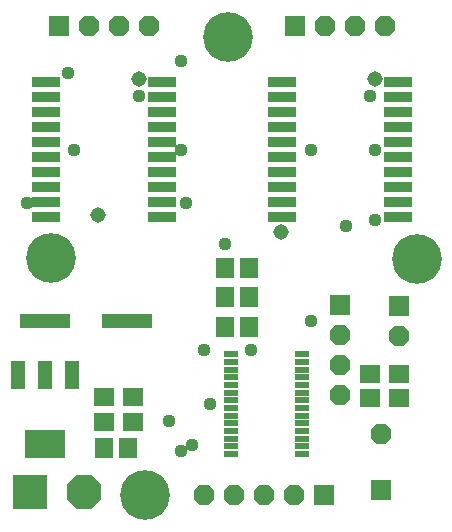
<source format=gts>
G75*
%MOIN*%
%OFA0B0*%
%FSLAX25Y25*%
%IPPOS*%
%LPD*%
%AMOC8*
5,1,8,0,0,1.08239X$1,22.5*
%
%ADD10C,0.16548*%
%ADD11R,0.06706X0.06312*%
%ADD12R,0.05906X0.05512*%
%ADD13R,0.06312X0.06706*%
%ADD14R,0.05512X0.05906*%
%ADD15R,0.16548X0.04737*%
%ADD16R,0.15748X0.03937*%
%ADD17R,0.06737X0.06737*%
%ADD18OC8,0.06737*%
%ADD19R,0.11548X0.11548*%
%ADD20OC8,0.11548*%
%ADD21R,0.04737X0.02178*%
%ADD22R,0.03937X0.01378*%
%ADD23R,0.09658X0.03753*%
%ADD24R,0.08858X0.02953*%
%ADD25R,0.13595X0.09265*%
%ADD26R,0.12795X0.08465*%
%ADD27R,0.04540X0.09265*%
%ADD28R,0.03740X0.08465*%
%ADD29C,0.04369*%
%ADD30C,0.05156*%
D10*
X0063326Y0041635D03*
X0031830Y0120376D03*
X0090885Y0193998D03*
X0153877Y0119982D03*
D11*
X0147971Y0081891D03*
X0147971Y0073821D03*
X0138129Y0073821D03*
X0138129Y0081891D03*
X0059389Y0074017D03*
X0059389Y0065946D03*
X0049546Y0065946D03*
X0049546Y0074017D03*
D12*
X0049546Y0074017D03*
X0049546Y0065946D03*
X0059389Y0065946D03*
X0059389Y0074017D03*
X0138129Y0073821D03*
X0138129Y0081891D03*
X0147971Y0081891D03*
X0147971Y0073821D03*
D13*
X0098070Y0097541D03*
X0098070Y0107384D03*
X0089999Y0107384D03*
X0089999Y0097541D03*
X0089999Y0117226D03*
X0098070Y0117226D03*
X0057518Y0056990D03*
X0049448Y0056990D03*
D14*
X0049448Y0056990D03*
X0057518Y0056990D03*
X0089999Y0097541D03*
X0089999Y0107384D03*
X0098070Y0107384D03*
X0098070Y0097541D03*
X0098070Y0117226D03*
X0089999Y0117226D03*
D15*
X0057420Y0099509D03*
X0029861Y0099509D03*
D16*
X0029861Y0099509D03*
X0057420Y0099509D03*
D17*
X0122932Y0041596D03*
X0142026Y0043210D03*
X0147971Y0104509D03*
X0128286Y0104667D03*
X0113286Y0197935D03*
X0034546Y0197935D03*
D18*
X0044546Y0197935D03*
X0054546Y0197935D03*
X0064546Y0197935D03*
X0123286Y0197935D03*
X0133286Y0197935D03*
X0143286Y0197935D03*
X0147971Y0094509D03*
X0128286Y0094667D03*
X0128286Y0084667D03*
X0128286Y0074667D03*
X0142026Y0061793D03*
X0112932Y0041596D03*
X0102932Y0041596D03*
X0092932Y0041596D03*
X0082932Y0041596D03*
D19*
X0024782Y0042423D03*
D20*
X0042814Y0042423D03*
D21*
X0091869Y0055080D03*
X0091869Y0057639D03*
X0091869Y0060198D03*
X0091869Y0062758D03*
X0091869Y0065317D03*
X0091869Y0067876D03*
X0091869Y0070435D03*
X0091869Y0072994D03*
X0091869Y0075553D03*
X0091869Y0078112D03*
X0091869Y0080671D03*
X0091869Y0083230D03*
X0091869Y0085789D03*
X0091869Y0088348D03*
X0115491Y0088348D03*
X0115491Y0085789D03*
X0115491Y0083230D03*
X0115491Y0080671D03*
X0115491Y0078112D03*
X0115491Y0075553D03*
X0115491Y0072994D03*
X0115491Y0070435D03*
X0115491Y0067876D03*
X0115491Y0065317D03*
X0115491Y0062758D03*
X0115491Y0060198D03*
X0115491Y0057639D03*
X0115491Y0055080D03*
D22*
X0115491Y0055080D03*
X0115491Y0057639D03*
X0115491Y0060198D03*
X0115491Y0062758D03*
X0115491Y0065317D03*
X0115491Y0067876D03*
X0115491Y0070435D03*
X0115491Y0072994D03*
X0115491Y0075553D03*
X0115491Y0078112D03*
X0115491Y0080671D03*
X0115491Y0083230D03*
X0115491Y0085789D03*
X0115491Y0088348D03*
X0091869Y0088348D03*
X0091869Y0085789D03*
X0091869Y0083230D03*
X0091869Y0080671D03*
X0091869Y0078112D03*
X0091869Y0075553D03*
X0091869Y0072994D03*
X0091869Y0070435D03*
X0091869Y0067876D03*
X0091869Y0065317D03*
X0091869Y0062758D03*
X0091869Y0060198D03*
X0091869Y0057639D03*
X0091869Y0055080D03*
D23*
X0108857Y0134096D03*
X0108857Y0139096D03*
X0108857Y0144096D03*
X0108857Y0149096D03*
X0108857Y0154096D03*
X0108857Y0159096D03*
X0108857Y0164096D03*
X0108857Y0169096D03*
X0108857Y0174096D03*
X0108857Y0179096D03*
X0147715Y0179096D03*
X0147715Y0174096D03*
X0147715Y0169096D03*
X0147715Y0164096D03*
X0147715Y0159096D03*
X0147715Y0154096D03*
X0147715Y0149096D03*
X0147715Y0144096D03*
X0147715Y0139096D03*
X0147715Y0134096D03*
X0068975Y0134096D03*
X0068975Y0139096D03*
X0068975Y0144096D03*
X0068975Y0149096D03*
X0068975Y0154096D03*
X0068975Y0159096D03*
X0068975Y0164096D03*
X0068975Y0169096D03*
X0068975Y0174096D03*
X0068975Y0179096D03*
X0030117Y0179096D03*
X0030117Y0174096D03*
X0030117Y0169096D03*
X0030117Y0164096D03*
X0030117Y0159096D03*
X0030117Y0154096D03*
X0030117Y0149096D03*
X0030117Y0144096D03*
X0030117Y0139096D03*
X0030117Y0134096D03*
D24*
X0030117Y0134096D03*
X0030117Y0139096D03*
X0030117Y0144096D03*
X0030117Y0149096D03*
X0030117Y0154096D03*
X0030117Y0159096D03*
X0030117Y0164096D03*
X0030117Y0169096D03*
X0030117Y0174096D03*
X0030117Y0179096D03*
X0068975Y0179096D03*
X0068975Y0174096D03*
X0068975Y0169096D03*
X0068975Y0164096D03*
X0068975Y0159096D03*
X0068975Y0154096D03*
X0068975Y0149096D03*
X0068975Y0144096D03*
X0068975Y0139096D03*
X0068975Y0134096D03*
X0108857Y0134096D03*
X0108857Y0139096D03*
X0108857Y0144096D03*
X0108857Y0149096D03*
X0108857Y0154096D03*
X0108857Y0159096D03*
X0108857Y0164096D03*
X0108857Y0169096D03*
X0108857Y0174096D03*
X0108857Y0179096D03*
X0147715Y0179096D03*
X0147715Y0174096D03*
X0147715Y0169096D03*
X0147715Y0164096D03*
X0147715Y0159096D03*
X0147715Y0154096D03*
X0147715Y0149096D03*
X0147715Y0144096D03*
X0147715Y0139096D03*
X0147715Y0134096D03*
D25*
X0029861Y0058565D03*
D26*
X0029861Y0058565D03*
D27*
X0029861Y0081399D03*
X0038916Y0081399D03*
X0020806Y0081399D03*
D28*
X0020806Y0081399D03*
X0029861Y0081399D03*
X0038916Y0081399D03*
D29*
X0071200Y0066045D03*
X0075137Y0056202D03*
X0079074Y0058171D03*
X0084979Y0071950D03*
X0083011Y0089667D03*
X0098759Y0089667D03*
X0118444Y0099509D03*
X0130255Y0131006D03*
X0140097Y0132974D03*
X0140097Y0156596D03*
X0138129Y0174313D03*
X0118444Y0156596D03*
X0089999Y0125100D03*
X0077105Y0138880D03*
X0075137Y0156596D03*
X0061357Y0174313D03*
X0075137Y0186124D03*
X0039704Y0156596D03*
X0023955Y0138880D03*
X0037735Y0182187D03*
D30*
X0061357Y0180218D03*
X0047578Y0134943D03*
X0108601Y0129037D03*
X0140097Y0180218D03*
M02*

</source>
